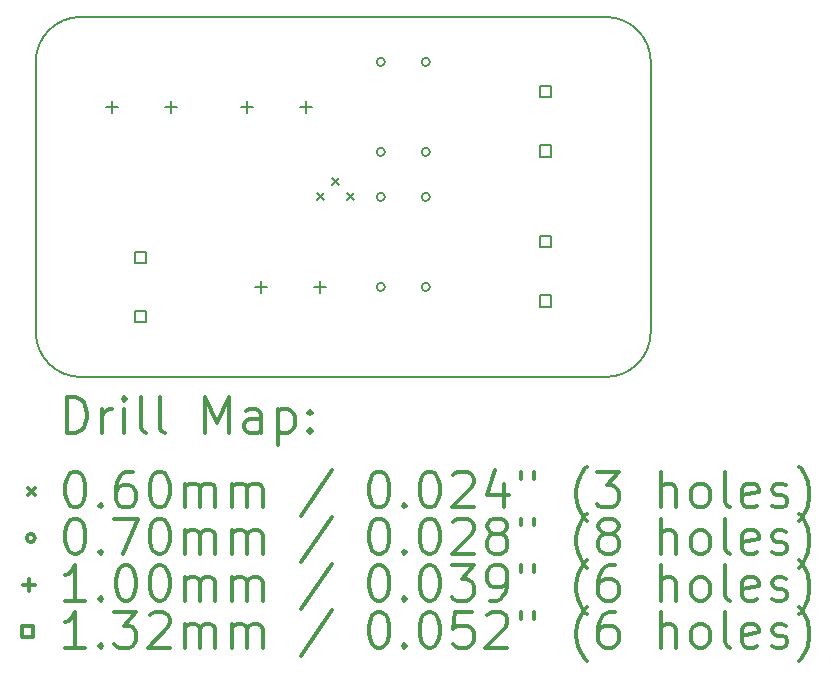
<source format=gbr>
%FSLAX45Y45*%
G04 Gerber Fmt 4.5, Leading zero omitted, Abs format (unit mm)*
G04 Created by KiCad (PCBNEW 4.0.7) date 05/06/18 08:42:47*
%MOMM*%
%LPD*%
G01*
G04 APERTURE LIST*
%ADD10C,0.127000*%
%ADD11C,0.150000*%
%ADD12C,0.200000*%
%ADD13C,0.300000*%
G04 APERTURE END LIST*
D10*
D11*
X11938000Y-11684000D02*
G75*
G03X12319000Y-12065000I381000J0D01*
G01*
X16764000Y-12065000D02*
G75*
G03X17145000Y-11684000I0J381000D01*
G01*
X17145000Y-9398000D02*
G75*
G03X16764000Y-9017000I-381000J0D01*
G01*
X12319000Y-9017000D02*
G75*
G03X11938000Y-9398000I0J-381000D01*
G01*
X11938000Y-11684000D02*
X11938000Y-9398000D01*
X16764000Y-12065000D02*
X12319000Y-12065000D01*
X17145000Y-9398000D02*
X17145000Y-11684000D01*
X12319000Y-9017000D02*
X16764000Y-9017000D01*
D12*
X14321000Y-10511000D02*
X14381000Y-10571000D01*
X14381000Y-10511000D02*
X14321000Y-10571000D01*
X14448000Y-10384000D02*
X14508000Y-10444000D01*
X14508000Y-10384000D02*
X14448000Y-10444000D01*
X14575000Y-10511000D02*
X14635000Y-10571000D01*
X14635000Y-10511000D02*
X14575000Y-10571000D01*
X14894000Y-9398000D02*
G75*
G03X14894000Y-9398000I-35000J0D01*
G01*
X14894000Y-10160000D02*
G75*
G03X14894000Y-10160000I-35000J0D01*
G01*
X14894000Y-10541000D02*
G75*
G03X14894000Y-10541000I-35000J0D01*
G01*
X14894000Y-11303000D02*
G75*
G03X14894000Y-11303000I-35000J0D01*
G01*
X15275000Y-9398000D02*
G75*
G03X15275000Y-9398000I-35000J0D01*
G01*
X15275000Y-10160000D02*
G75*
G03X15275000Y-10160000I-35000J0D01*
G01*
X15275000Y-10541000D02*
G75*
G03X15275000Y-10541000I-35000J0D01*
G01*
X15275000Y-11303000D02*
G75*
G03X15275000Y-11303000I-35000J0D01*
G01*
X12581000Y-9729000D02*
X12581000Y-9829000D01*
X12531000Y-9779000D02*
X12631000Y-9779000D01*
X13081000Y-9729000D02*
X13081000Y-9829000D01*
X13031000Y-9779000D02*
X13131000Y-9779000D01*
X13724000Y-9729000D02*
X13724000Y-9829000D01*
X13674000Y-9779000D02*
X13774000Y-9779000D01*
X13843000Y-11253000D02*
X13843000Y-11353000D01*
X13793000Y-11303000D02*
X13893000Y-11303000D01*
X14224000Y-9729000D02*
X14224000Y-9829000D01*
X14174000Y-9779000D02*
X14274000Y-9779000D01*
X14343000Y-11253000D02*
X14343000Y-11353000D01*
X14293000Y-11303000D02*
X14393000Y-11303000D01*
X12873669Y-11103670D02*
X12873669Y-11010331D01*
X12780330Y-11010331D01*
X12780330Y-11103670D01*
X12873669Y-11103670D01*
X12873669Y-11603669D02*
X12873669Y-11510330D01*
X12780330Y-11510330D01*
X12780330Y-11603669D01*
X12873669Y-11603669D01*
X16302669Y-9698670D02*
X16302669Y-9605331D01*
X16209330Y-9605331D01*
X16209330Y-9698670D01*
X16302669Y-9698670D01*
X16302669Y-10198670D02*
X16302669Y-10105331D01*
X16209330Y-10105331D01*
X16209330Y-10198670D01*
X16302669Y-10198670D01*
X16302669Y-10968670D02*
X16302669Y-10875331D01*
X16209330Y-10875331D01*
X16209330Y-10968670D01*
X16302669Y-10968670D01*
X16302669Y-11468669D02*
X16302669Y-11375330D01*
X16209330Y-11375330D01*
X16209330Y-11468669D01*
X16302669Y-11468669D01*
D13*
X12201928Y-12538214D02*
X12201928Y-12238214D01*
X12273357Y-12238214D01*
X12316214Y-12252500D01*
X12344786Y-12281071D01*
X12359071Y-12309643D01*
X12373357Y-12366786D01*
X12373357Y-12409643D01*
X12359071Y-12466786D01*
X12344786Y-12495357D01*
X12316214Y-12523929D01*
X12273357Y-12538214D01*
X12201928Y-12538214D01*
X12501928Y-12538214D02*
X12501928Y-12338214D01*
X12501928Y-12395357D02*
X12516214Y-12366786D01*
X12530500Y-12352500D01*
X12559071Y-12338214D01*
X12587643Y-12338214D01*
X12687643Y-12538214D02*
X12687643Y-12338214D01*
X12687643Y-12238214D02*
X12673357Y-12252500D01*
X12687643Y-12266786D01*
X12701928Y-12252500D01*
X12687643Y-12238214D01*
X12687643Y-12266786D01*
X12873357Y-12538214D02*
X12844786Y-12523929D01*
X12830500Y-12495357D01*
X12830500Y-12238214D01*
X13030500Y-12538214D02*
X13001928Y-12523929D01*
X12987643Y-12495357D01*
X12987643Y-12238214D01*
X13373357Y-12538214D02*
X13373357Y-12238214D01*
X13473357Y-12452500D01*
X13573357Y-12238214D01*
X13573357Y-12538214D01*
X13844786Y-12538214D02*
X13844786Y-12381071D01*
X13830500Y-12352500D01*
X13801928Y-12338214D01*
X13744786Y-12338214D01*
X13716214Y-12352500D01*
X13844786Y-12523929D02*
X13816214Y-12538214D01*
X13744786Y-12538214D01*
X13716214Y-12523929D01*
X13701928Y-12495357D01*
X13701928Y-12466786D01*
X13716214Y-12438214D01*
X13744786Y-12423929D01*
X13816214Y-12423929D01*
X13844786Y-12409643D01*
X13987643Y-12338214D02*
X13987643Y-12638214D01*
X13987643Y-12352500D02*
X14016214Y-12338214D01*
X14073357Y-12338214D01*
X14101928Y-12352500D01*
X14116214Y-12366786D01*
X14130500Y-12395357D01*
X14130500Y-12481071D01*
X14116214Y-12509643D01*
X14101928Y-12523929D01*
X14073357Y-12538214D01*
X14016214Y-12538214D01*
X13987643Y-12523929D01*
X14259071Y-12509643D02*
X14273357Y-12523929D01*
X14259071Y-12538214D01*
X14244786Y-12523929D01*
X14259071Y-12509643D01*
X14259071Y-12538214D01*
X14259071Y-12352500D02*
X14273357Y-12366786D01*
X14259071Y-12381071D01*
X14244786Y-12366786D01*
X14259071Y-12352500D01*
X14259071Y-12381071D01*
X11870500Y-13002500D02*
X11930500Y-13062500D01*
X11930500Y-13002500D02*
X11870500Y-13062500D01*
X12259071Y-12868214D02*
X12287643Y-12868214D01*
X12316214Y-12882500D01*
X12330500Y-12896786D01*
X12344786Y-12925357D01*
X12359071Y-12982500D01*
X12359071Y-13053929D01*
X12344786Y-13111071D01*
X12330500Y-13139643D01*
X12316214Y-13153929D01*
X12287643Y-13168214D01*
X12259071Y-13168214D01*
X12230500Y-13153929D01*
X12216214Y-13139643D01*
X12201928Y-13111071D01*
X12187643Y-13053929D01*
X12187643Y-12982500D01*
X12201928Y-12925357D01*
X12216214Y-12896786D01*
X12230500Y-12882500D01*
X12259071Y-12868214D01*
X12487643Y-13139643D02*
X12501928Y-13153929D01*
X12487643Y-13168214D01*
X12473357Y-13153929D01*
X12487643Y-13139643D01*
X12487643Y-13168214D01*
X12759071Y-12868214D02*
X12701928Y-12868214D01*
X12673357Y-12882500D01*
X12659071Y-12896786D01*
X12630500Y-12939643D01*
X12616214Y-12996786D01*
X12616214Y-13111071D01*
X12630500Y-13139643D01*
X12644786Y-13153929D01*
X12673357Y-13168214D01*
X12730500Y-13168214D01*
X12759071Y-13153929D01*
X12773357Y-13139643D01*
X12787643Y-13111071D01*
X12787643Y-13039643D01*
X12773357Y-13011071D01*
X12759071Y-12996786D01*
X12730500Y-12982500D01*
X12673357Y-12982500D01*
X12644786Y-12996786D01*
X12630500Y-13011071D01*
X12616214Y-13039643D01*
X12973357Y-12868214D02*
X13001928Y-12868214D01*
X13030500Y-12882500D01*
X13044786Y-12896786D01*
X13059071Y-12925357D01*
X13073357Y-12982500D01*
X13073357Y-13053929D01*
X13059071Y-13111071D01*
X13044786Y-13139643D01*
X13030500Y-13153929D01*
X13001928Y-13168214D01*
X12973357Y-13168214D01*
X12944786Y-13153929D01*
X12930500Y-13139643D01*
X12916214Y-13111071D01*
X12901928Y-13053929D01*
X12901928Y-12982500D01*
X12916214Y-12925357D01*
X12930500Y-12896786D01*
X12944786Y-12882500D01*
X12973357Y-12868214D01*
X13201928Y-13168214D02*
X13201928Y-12968214D01*
X13201928Y-12996786D02*
X13216214Y-12982500D01*
X13244786Y-12968214D01*
X13287643Y-12968214D01*
X13316214Y-12982500D01*
X13330500Y-13011071D01*
X13330500Y-13168214D01*
X13330500Y-13011071D02*
X13344786Y-12982500D01*
X13373357Y-12968214D01*
X13416214Y-12968214D01*
X13444786Y-12982500D01*
X13459071Y-13011071D01*
X13459071Y-13168214D01*
X13601928Y-13168214D02*
X13601928Y-12968214D01*
X13601928Y-12996786D02*
X13616214Y-12982500D01*
X13644786Y-12968214D01*
X13687643Y-12968214D01*
X13716214Y-12982500D01*
X13730500Y-13011071D01*
X13730500Y-13168214D01*
X13730500Y-13011071D02*
X13744786Y-12982500D01*
X13773357Y-12968214D01*
X13816214Y-12968214D01*
X13844786Y-12982500D01*
X13859071Y-13011071D01*
X13859071Y-13168214D01*
X14444786Y-12853929D02*
X14187643Y-13239643D01*
X14830500Y-12868214D02*
X14859071Y-12868214D01*
X14887643Y-12882500D01*
X14901928Y-12896786D01*
X14916214Y-12925357D01*
X14930500Y-12982500D01*
X14930500Y-13053929D01*
X14916214Y-13111071D01*
X14901928Y-13139643D01*
X14887643Y-13153929D01*
X14859071Y-13168214D01*
X14830500Y-13168214D01*
X14801928Y-13153929D01*
X14787643Y-13139643D01*
X14773357Y-13111071D01*
X14759071Y-13053929D01*
X14759071Y-12982500D01*
X14773357Y-12925357D01*
X14787643Y-12896786D01*
X14801928Y-12882500D01*
X14830500Y-12868214D01*
X15059071Y-13139643D02*
X15073357Y-13153929D01*
X15059071Y-13168214D01*
X15044786Y-13153929D01*
X15059071Y-13139643D01*
X15059071Y-13168214D01*
X15259071Y-12868214D02*
X15287643Y-12868214D01*
X15316214Y-12882500D01*
X15330500Y-12896786D01*
X15344785Y-12925357D01*
X15359071Y-12982500D01*
X15359071Y-13053929D01*
X15344785Y-13111071D01*
X15330500Y-13139643D01*
X15316214Y-13153929D01*
X15287643Y-13168214D01*
X15259071Y-13168214D01*
X15230500Y-13153929D01*
X15216214Y-13139643D01*
X15201928Y-13111071D01*
X15187643Y-13053929D01*
X15187643Y-12982500D01*
X15201928Y-12925357D01*
X15216214Y-12896786D01*
X15230500Y-12882500D01*
X15259071Y-12868214D01*
X15473357Y-12896786D02*
X15487643Y-12882500D01*
X15516214Y-12868214D01*
X15587643Y-12868214D01*
X15616214Y-12882500D01*
X15630500Y-12896786D01*
X15644785Y-12925357D01*
X15644785Y-12953929D01*
X15630500Y-12996786D01*
X15459071Y-13168214D01*
X15644785Y-13168214D01*
X15901928Y-12968214D02*
X15901928Y-13168214D01*
X15830500Y-12853929D02*
X15759071Y-13068214D01*
X15944785Y-13068214D01*
X16044786Y-12868214D02*
X16044786Y-12925357D01*
X16159071Y-12868214D02*
X16159071Y-12925357D01*
X16601928Y-13282500D02*
X16587643Y-13268214D01*
X16559071Y-13225357D01*
X16544785Y-13196786D01*
X16530500Y-13153929D01*
X16516214Y-13082500D01*
X16516214Y-13025357D01*
X16530500Y-12953929D01*
X16544785Y-12911071D01*
X16559071Y-12882500D01*
X16587643Y-12839643D01*
X16601928Y-12825357D01*
X16687643Y-12868214D02*
X16873357Y-12868214D01*
X16773357Y-12982500D01*
X16816214Y-12982500D01*
X16844786Y-12996786D01*
X16859071Y-13011071D01*
X16873357Y-13039643D01*
X16873357Y-13111071D01*
X16859071Y-13139643D01*
X16844786Y-13153929D01*
X16816214Y-13168214D01*
X16730500Y-13168214D01*
X16701928Y-13153929D01*
X16687643Y-13139643D01*
X17230500Y-13168214D02*
X17230500Y-12868214D01*
X17359071Y-13168214D02*
X17359071Y-13011071D01*
X17344786Y-12982500D01*
X17316214Y-12968214D01*
X17273357Y-12968214D01*
X17244786Y-12982500D01*
X17230500Y-12996786D01*
X17544786Y-13168214D02*
X17516214Y-13153929D01*
X17501928Y-13139643D01*
X17487643Y-13111071D01*
X17487643Y-13025357D01*
X17501928Y-12996786D01*
X17516214Y-12982500D01*
X17544786Y-12968214D01*
X17587643Y-12968214D01*
X17616214Y-12982500D01*
X17630500Y-12996786D01*
X17644786Y-13025357D01*
X17644786Y-13111071D01*
X17630500Y-13139643D01*
X17616214Y-13153929D01*
X17587643Y-13168214D01*
X17544786Y-13168214D01*
X17816214Y-13168214D02*
X17787643Y-13153929D01*
X17773357Y-13125357D01*
X17773357Y-12868214D01*
X18044786Y-13153929D02*
X18016214Y-13168214D01*
X17959071Y-13168214D01*
X17930500Y-13153929D01*
X17916214Y-13125357D01*
X17916214Y-13011071D01*
X17930500Y-12982500D01*
X17959071Y-12968214D01*
X18016214Y-12968214D01*
X18044786Y-12982500D01*
X18059071Y-13011071D01*
X18059071Y-13039643D01*
X17916214Y-13068214D01*
X18173357Y-13153929D02*
X18201929Y-13168214D01*
X18259071Y-13168214D01*
X18287643Y-13153929D01*
X18301929Y-13125357D01*
X18301929Y-13111071D01*
X18287643Y-13082500D01*
X18259071Y-13068214D01*
X18216214Y-13068214D01*
X18187643Y-13053929D01*
X18173357Y-13025357D01*
X18173357Y-13011071D01*
X18187643Y-12982500D01*
X18216214Y-12968214D01*
X18259071Y-12968214D01*
X18287643Y-12982500D01*
X18401928Y-13282500D02*
X18416214Y-13268214D01*
X18444786Y-13225357D01*
X18459071Y-13196786D01*
X18473357Y-13153929D01*
X18487643Y-13082500D01*
X18487643Y-13025357D01*
X18473357Y-12953929D01*
X18459071Y-12911071D01*
X18444786Y-12882500D01*
X18416214Y-12839643D01*
X18401928Y-12825357D01*
X11930500Y-13428500D02*
G75*
G03X11930500Y-13428500I-35000J0D01*
G01*
X12259071Y-13264214D02*
X12287643Y-13264214D01*
X12316214Y-13278500D01*
X12330500Y-13292786D01*
X12344786Y-13321357D01*
X12359071Y-13378500D01*
X12359071Y-13449929D01*
X12344786Y-13507071D01*
X12330500Y-13535643D01*
X12316214Y-13549929D01*
X12287643Y-13564214D01*
X12259071Y-13564214D01*
X12230500Y-13549929D01*
X12216214Y-13535643D01*
X12201928Y-13507071D01*
X12187643Y-13449929D01*
X12187643Y-13378500D01*
X12201928Y-13321357D01*
X12216214Y-13292786D01*
X12230500Y-13278500D01*
X12259071Y-13264214D01*
X12487643Y-13535643D02*
X12501928Y-13549929D01*
X12487643Y-13564214D01*
X12473357Y-13549929D01*
X12487643Y-13535643D01*
X12487643Y-13564214D01*
X12601928Y-13264214D02*
X12801928Y-13264214D01*
X12673357Y-13564214D01*
X12973357Y-13264214D02*
X13001928Y-13264214D01*
X13030500Y-13278500D01*
X13044786Y-13292786D01*
X13059071Y-13321357D01*
X13073357Y-13378500D01*
X13073357Y-13449929D01*
X13059071Y-13507071D01*
X13044786Y-13535643D01*
X13030500Y-13549929D01*
X13001928Y-13564214D01*
X12973357Y-13564214D01*
X12944786Y-13549929D01*
X12930500Y-13535643D01*
X12916214Y-13507071D01*
X12901928Y-13449929D01*
X12901928Y-13378500D01*
X12916214Y-13321357D01*
X12930500Y-13292786D01*
X12944786Y-13278500D01*
X12973357Y-13264214D01*
X13201928Y-13564214D02*
X13201928Y-13364214D01*
X13201928Y-13392786D02*
X13216214Y-13378500D01*
X13244786Y-13364214D01*
X13287643Y-13364214D01*
X13316214Y-13378500D01*
X13330500Y-13407071D01*
X13330500Y-13564214D01*
X13330500Y-13407071D02*
X13344786Y-13378500D01*
X13373357Y-13364214D01*
X13416214Y-13364214D01*
X13444786Y-13378500D01*
X13459071Y-13407071D01*
X13459071Y-13564214D01*
X13601928Y-13564214D02*
X13601928Y-13364214D01*
X13601928Y-13392786D02*
X13616214Y-13378500D01*
X13644786Y-13364214D01*
X13687643Y-13364214D01*
X13716214Y-13378500D01*
X13730500Y-13407071D01*
X13730500Y-13564214D01*
X13730500Y-13407071D02*
X13744786Y-13378500D01*
X13773357Y-13364214D01*
X13816214Y-13364214D01*
X13844786Y-13378500D01*
X13859071Y-13407071D01*
X13859071Y-13564214D01*
X14444786Y-13249929D02*
X14187643Y-13635643D01*
X14830500Y-13264214D02*
X14859071Y-13264214D01*
X14887643Y-13278500D01*
X14901928Y-13292786D01*
X14916214Y-13321357D01*
X14930500Y-13378500D01*
X14930500Y-13449929D01*
X14916214Y-13507071D01*
X14901928Y-13535643D01*
X14887643Y-13549929D01*
X14859071Y-13564214D01*
X14830500Y-13564214D01*
X14801928Y-13549929D01*
X14787643Y-13535643D01*
X14773357Y-13507071D01*
X14759071Y-13449929D01*
X14759071Y-13378500D01*
X14773357Y-13321357D01*
X14787643Y-13292786D01*
X14801928Y-13278500D01*
X14830500Y-13264214D01*
X15059071Y-13535643D02*
X15073357Y-13549929D01*
X15059071Y-13564214D01*
X15044786Y-13549929D01*
X15059071Y-13535643D01*
X15059071Y-13564214D01*
X15259071Y-13264214D02*
X15287643Y-13264214D01*
X15316214Y-13278500D01*
X15330500Y-13292786D01*
X15344785Y-13321357D01*
X15359071Y-13378500D01*
X15359071Y-13449929D01*
X15344785Y-13507071D01*
X15330500Y-13535643D01*
X15316214Y-13549929D01*
X15287643Y-13564214D01*
X15259071Y-13564214D01*
X15230500Y-13549929D01*
X15216214Y-13535643D01*
X15201928Y-13507071D01*
X15187643Y-13449929D01*
X15187643Y-13378500D01*
X15201928Y-13321357D01*
X15216214Y-13292786D01*
X15230500Y-13278500D01*
X15259071Y-13264214D01*
X15473357Y-13292786D02*
X15487643Y-13278500D01*
X15516214Y-13264214D01*
X15587643Y-13264214D01*
X15616214Y-13278500D01*
X15630500Y-13292786D01*
X15644785Y-13321357D01*
X15644785Y-13349929D01*
X15630500Y-13392786D01*
X15459071Y-13564214D01*
X15644785Y-13564214D01*
X15816214Y-13392786D02*
X15787643Y-13378500D01*
X15773357Y-13364214D01*
X15759071Y-13335643D01*
X15759071Y-13321357D01*
X15773357Y-13292786D01*
X15787643Y-13278500D01*
X15816214Y-13264214D01*
X15873357Y-13264214D01*
X15901928Y-13278500D01*
X15916214Y-13292786D01*
X15930500Y-13321357D01*
X15930500Y-13335643D01*
X15916214Y-13364214D01*
X15901928Y-13378500D01*
X15873357Y-13392786D01*
X15816214Y-13392786D01*
X15787643Y-13407071D01*
X15773357Y-13421357D01*
X15759071Y-13449929D01*
X15759071Y-13507071D01*
X15773357Y-13535643D01*
X15787643Y-13549929D01*
X15816214Y-13564214D01*
X15873357Y-13564214D01*
X15901928Y-13549929D01*
X15916214Y-13535643D01*
X15930500Y-13507071D01*
X15930500Y-13449929D01*
X15916214Y-13421357D01*
X15901928Y-13407071D01*
X15873357Y-13392786D01*
X16044786Y-13264214D02*
X16044786Y-13321357D01*
X16159071Y-13264214D02*
X16159071Y-13321357D01*
X16601928Y-13678500D02*
X16587643Y-13664214D01*
X16559071Y-13621357D01*
X16544785Y-13592786D01*
X16530500Y-13549929D01*
X16516214Y-13478500D01*
X16516214Y-13421357D01*
X16530500Y-13349929D01*
X16544785Y-13307071D01*
X16559071Y-13278500D01*
X16587643Y-13235643D01*
X16601928Y-13221357D01*
X16759071Y-13392786D02*
X16730500Y-13378500D01*
X16716214Y-13364214D01*
X16701928Y-13335643D01*
X16701928Y-13321357D01*
X16716214Y-13292786D01*
X16730500Y-13278500D01*
X16759071Y-13264214D01*
X16816214Y-13264214D01*
X16844786Y-13278500D01*
X16859071Y-13292786D01*
X16873357Y-13321357D01*
X16873357Y-13335643D01*
X16859071Y-13364214D01*
X16844786Y-13378500D01*
X16816214Y-13392786D01*
X16759071Y-13392786D01*
X16730500Y-13407071D01*
X16716214Y-13421357D01*
X16701928Y-13449929D01*
X16701928Y-13507071D01*
X16716214Y-13535643D01*
X16730500Y-13549929D01*
X16759071Y-13564214D01*
X16816214Y-13564214D01*
X16844786Y-13549929D01*
X16859071Y-13535643D01*
X16873357Y-13507071D01*
X16873357Y-13449929D01*
X16859071Y-13421357D01*
X16844786Y-13407071D01*
X16816214Y-13392786D01*
X17230500Y-13564214D02*
X17230500Y-13264214D01*
X17359071Y-13564214D02*
X17359071Y-13407071D01*
X17344786Y-13378500D01*
X17316214Y-13364214D01*
X17273357Y-13364214D01*
X17244786Y-13378500D01*
X17230500Y-13392786D01*
X17544786Y-13564214D02*
X17516214Y-13549929D01*
X17501928Y-13535643D01*
X17487643Y-13507071D01*
X17487643Y-13421357D01*
X17501928Y-13392786D01*
X17516214Y-13378500D01*
X17544786Y-13364214D01*
X17587643Y-13364214D01*
X17616214Y-13378500D01*
X17630500Y-13392786D01*
X17644786Y-13421357D01*
X17644786Y-13507071D01*
X17630500Y-13535643D01*
X17616214Y-13549929D01*
X17587643Y-13564214D01*
X17544786Y-13564214D01*
X17816214Y-13564214D02*
X17787643Y-13549929D01*
X17773357Y-13521357D01*
X17773357Y-13264214D01*
X18044786Y-13549929D02*
X18016214Y-13564214D01*
X17959071Y-13564214D01*
X17930500Y-13549929D01*
X17916214Y-13521357D01*
X17916214Y-13407071D01*
X17930500Y-13378500D01*
X17959071Y-13364214D01*
X18016214Y-13364214D01*
X18044786Y-13378500D01*
X18059071Y-13407071D01*
X18059071Y-13435643D01*
X17916214Y-13464214D01*
X18173357Y-13549929D02*
X18201929Y-13564214D01*
X18259071Y-13564214D01*
X18287643Y-13549929D01*
X18301929Y-13521357D01*
X18301929Y-13507071D01*
X18287643Y-13478500D01*
X18259071Y-13464214D01*
X18216214Y-13464214D01*
X18187643Y-13449929D01*
X18173357Y-13421357D01*
X18173357Y-13407071D01*
X18187643Y-13378500D01*
X18216214Y-13364214D01*
X18259071Y-13364214D01*
X18287643Y-13378500D01*
X18401928Y-13678500D02*
X18416214Y-13664214D01*
X18444786Y-13621357D01*
X18459071Y-13592786D01*
X18473357Y-13549929D01*
X18487643Y-13478500D01*
X18487643Y-13421357D01*
X18473357Y-13349929D01*
X18459071Y-13307071D01*
X18444786Y-13278500D01*
X18416214Y-13235643D01*
X18401928Y-13221357D01*
X11880500Y-13774500D02*
X11880500Y-13874500D01*
X11830500Y-13824500D02*
X11930500Y-13824500D01*
X12359071Y-13960214D02*
X12187643Y-13960214D01*
X12273357Y-13960214D02*
X12273357Y-13660214D01*
X12244786Y-13703071D01*
X12216214Y-13731643D01*
X12187643Y-13745929D01*
X12487643Y-13931643D02*
X12501928Y-13945929D01*
X12487643Y-13960214D01*
X12473357Y-13945929D01*
X12487643Y-13931643D01*
X12487643Y-13960214D01*
X12687643Y-13660214D02*
X12716214Y-13660214D01*
X12744786Y-13674500D01*
X12759071Y-13688786D01*
X12773357Y-13717357D01*
X12787643Y-13774500D01*
X12787643Y-13845929D01*
X12773357Y-13903071D01*
X12759071Y-13931643D01*
X12744786Y-13945929D01*
X12716214Y-13960214D01*
X12687643Y-13960214D01*
X12659071Y-13945929D01*
X12644786Y-13931643D01*
X12630500Y-13903071D01*
X12616214Y-13845929D01*
X12616214Y-13774500D01*
X12630500Y-13717357D01*
X12644786Y-13688786D01*
X12659071Y-13674500D01*
X12687643Y-13660214D01*
X12973357Y-13660214D02*
X13001928Y-13660214D01*
X13030500Y-13674500D01*
X13044786Y-13688786D01*
X13059071Y-13717357D01*
X13073357Y-13774500D01*
X13073357Y-13845929D01*
X13059071Y-13903071D01*
X13044786Y-13931643D01*
X13030500Y-13945929D01*
X13001928Y-13960214D01*
X12973357Y-13960214D01*
X12944786Y-13945929D01*
X12930500Y-13931643D01*
X12916214Y-13903071D01*
X12901928Y-13845929D01*
X12901928Y-13774500D01*
X12916214Y-13717357D01*
X12930500Y-13688786D01*
X12944786Y-13674500D01*
X12973357Y-13660214D01*
X13201928Y-13960214D02*
X13201928Y-13760214D01*
X13201928Y-13788786D02*
X13216214Y-13774500D01*
X13244786Y-13760214D01*
X13287643Y-13760214D01*
X13316214Y-13774500D01*
X13330500Y-13803071D01*
X13330500Y-13960214D01*
X13330500Y-13803071D02*
X13344786Y-13774500D01*
X13373357Y-13760214D01*
X13416214Y-13760214D01*
X13444786Y-13774500D01*
X13459071Y-13803071D01*
X13459071Y-13960214D01*
X13601928Y-13960214D02*
X13601928Y-13760214D01*
X13601928Y-13788786D02*
X13616214Y-13774500D01*
X13644786Y-13760214D01*
X13687643Y-13760214D01*
X13716214Y-13774500D01*
X13730500Y-13803071D01*
X13730500Y-13960214D01*
X13730500Y-13803071D02*
X13744786Y-13774500D01*
X13773357Y-13760214D01*
X13816214Y-13760214D01*
X13844786Y-13774500D01*
X13859071Y-13803071D01*
X13859071Y-13960214D01*
X14444786Y-13645929D02*
X14187643Y-14031643D01*
X14830500Y-13660214D02*
X14859071Y-13660214D01*
X14887643Y-13674500D01*
X14901928Y-13688786D01*
X14916214Y-13717357D01*
X14930500Y-13774500D01*
X14930500Y-13845929D01*
X14916214Y-13903071D01*
X14901928Y-13931643D01*
X14887643Y-13945929D01*
X14859071Y-13960214D01*
X14830500Y-13960214D01*
X14801928Y-13945929D01*
X14787643Y-13931643D01*
X14773357Y-13903071D01*
X14759071Y-13845929D01*
X14759071Y-13774500D01*
X14773357Y-13717357D01*
X14787643Y-13688786D01*
X14801928Y-13674500D01*
X14830500Y-13660214D01*
X15059071Y-13931643D02*
X15073357Y-13945929D01*
X15059071Y-13960214D01*
X15044786Y-13945929D01*
X15059071Y-13931643D01*
X15059071Y-13960214D01*
X15259071Y-13660214D02*
X15287643Y-13660214D01*
X15316214Y-13674500D01*
X15330500Y-13688786D01*
X15344785Y-13717357D01*
X15359071Y-13774500D01*
X15359071Y-13845929D01*
X15344785Y-13903071D01*
X15330500Y-13931643D01*
X15316214Y-13945929D01*
X15287643Y-13960214D01*
X15259071Y-13960214D01*
X15230500Y-13945929D01*
X15216214Y-13931643D01*
X15201928Y-13903071D01*
X15187643Y-13845929D01*
X15187643Y-13774500D01*
X15201928Y-13717357D01*
X15216214Y-13688786D01*
X15230500Y-13674500D01*
X15259071Y-13660214D01*
X15459071Y-13660214D02*
X15644785Y-13660214D01*
X15544785Y-13774500D01*
X15587643Y-13774500D01*
X15616214Y-13788786D01*
X15630500Y-13803071D01*
X15644785Y-13831643D01*
X15644785Y-13903071D01*
X15630500Y-13931643D01*
X15616214Y-13945929D01*
X15587643Y-13960214D01*
X15501928Y-13960214D01*
X15473357Y-13945929D01*
X15459071Y-13931643D01*
X15787643Y-13960214D02*
X15844785Y-13960214D01*
X15873357Y-13945929D01*
X15887643Y-13931643D01*
X15916214Y-13888786D01*
X15930500Y-13831643D01*
X15930500Y-13717357D01*
X15916214Y-13688786D01*
X15901928Y-13674500D01*
X15873357Y-13660214D01*
X15816214Y-13660214D01*
X15787643Y-13674500D01*
X15773357Y-13688786D01*
X15759071Y-13717357D01*
X15759071Y-13788786D01*
X15773357Y-13817357D01*
X15787643Y-13831643D01*
X15816214Y-13845929D01*
X15873357Y-13845929D01*
X15901928Y-13831643D01*
X15916214Y-13817357D01*
X15930500Y-13788786D01*
X16044786Y-13660214D02*
X16044786Y-13717357D01*
X16159071Y-13660214D02*
X16159071Y-13717357D01*
X16601928Y-14074500D02*
X16587643Y-14060214D01*
X16559071Y-14017357D01*
X16544785Y-13988786D01*
X16530500Y-13945929D01*
X16516214Y-13874500D01*
X16516214Y-13817357D01*
X16530500Y-13745929D01*
X16544785Y-13703071D01*
X16559071Y-13674500D01*
X16587643Y-13631643D01*
X16601928Y-13617357D01*
X16844786Y-13660214D02*
X16787643Y-13660214D01*
X16759071Y-13674500D01*
X16744785Y-13688786D01*
X16716214Y-13731643D01*
X16701928Y-13788786D01*
X16701928Y-13903071D01*
X16716214Y-13931643D01*
X16730500Y-13945929D01*
X16759071Y-13960214D01*
X16816214Y-13960214D01*
X16844786Y-13945929D01*
X16859071Y-13931643D01*
X16873357Y-13903071D01*
X16873357Y-13831643D01*
X16859071Y-13803071D01*
X16844786Y-13788786D01*
X16816214Y-13774500D01*
X16759071Y-13774500D01*
X16730500Y-13788786D01*
X16716214Y-13803071D01*
X16701928Y-13831643D01*
X17230500Y-13960214D02*
X17230500Y-13660214D01*
X17359071Y-13960214D02*
X17359071Y-13803071D01*
X17344786Y-13774500D01*
X17316214Y-13760214D01*
X17273357Y-13760214D01*
X17244786Y-13774500D01*
X17230500Y-13788786D01*
X17544786Y-13960214D02*
X17516214Y-13945929D01*
X17501928Y-13931643D01*
X17487643Y-13903071D01*
X17487643Y-13817357D01*
X17501928Y-13788786D01*
X17516214Y-13774500D01*
X17544786Y-13760214D01*
X17587643Y-13760214D01*
X17616214Y-13774500D01*
X17630500Y-13788786D01*
X17644786Y-13817357D01*
X17644786Y-13903071D01*
X17630500Y-13931643D01*
X17616214Y-13945929D01*
X17587643Y-13960214D01*
X17544786Y-13960214D01*
X17816214Y-13960214D02*
X17787643Y-13945929D01*
X17773357Y-13917357D01*
X17773357Y-13660214D01*
X18044786Y-13945929D02*
X18016214Y-13960214D01*
X17959071Y-13960214D01*
X17930500Y-13945929D01*
X17916214Y-13917357D01*
X17916214Y-13803071D01*
X17930500Y-13774500D01*
X17959071Y-13760214D01*
X18016214Y-13760214D01*
X18044786Y-13774500D01*
X18059071Y-13803071D01*
X18059071Y-13831643D01*
X17916214Y-13860214D01*
X18173357Y-13945929D02*
X18201929Y-13960214D01*
X18259071Y-13960214D01*
X18287643Y-13945929D01*
X18301929Y-13917357D01*
X18301929Y-13903071D01*
X18287643Y-13874500D01*
X18259071Y-13860214D01*
X18216214Y-13860214D01*
X18187643Y-13845929D01*
X18173357Y-13817357D01*
X18173357Y-13803071D01*
X18187643Y-13774500D01*
X18216214Y-13760214D01*
X18259071Y-13760214D01*
X18287643Y-13774500D01*
X18401928Y-14074500D02*
X18416214Y-14060214D01*
X18444786Y-14017357D01*
X18459071Y-13988786D01*
X18473357Y-13945929D01*
X18487643Y-13874500D01*
X18487643Y-13817357D01*
X18473357Y-13745929D01*
X18459071Y-13703071D01*
X18444786Y-13674500D01*
X18416214Y-13631643D01*
X18401928Y-13617357D01*
X11911169Y-14267170D02*
X11911169Y-14173831D01*
X11817830Y-14173831D01*
X11817830Y-14267170D01*
X11911169Y-14267170D01*
X12359071Y-14356214D02*
X12187643Y-14356214D01*
X12273357Y-14356214D02*
X12273357Y-14056214D01*
X12244786Y-14099071D01*
X12216214Y-14127643D01*
X12187643Y-14141929D01*
X12487643Y-14327643D02*
X12501928Y-14341929D01*
X12487643Y-14356214D01*
X12473357Y-14341929D01*
X12487643Y-14327643D01*
X12487643Y-14356214D01*
X12601928Y-14056214D02*
X12787643Y-14056214D01*
X12687643Y-14170500D01*
X12730500Y-14170500D01*
X12759071Y-14184786D01*
X12773357Y-14199071D01*
X12787643Y-14227643D01*
X12787643Y-14299071D01*
X12773357Y-14327643D01*
X12759071Y-14341929D01*
X12730500Y-14356214D01*
X12644786Y-14356214D01*
X12616214Y-14341929D01*
X12601928Y-14327643D01*
X12901928Y-14084786D02*
X12916214Y-14070500D01*
X12944786Y-14056214D01*
X13016214Y-14056214D01*
X13044786Y-14070500D01*
X13059071Y-14084786D01*
X13073357Y-14113357D01*
X13073357Y-14141929D01*
X13059071Y-14184786D01*
X12887643Y-14356214D01*
X13073357Y-14356214D01*
X13201928Y-14356214D02*
X13201928Y-14156214D01*
X13201928Y-14184786D02*
X13216214Y-14170500D01*
X13244786Y-14156214D01*
X13287643Y-14156214D01*
X13316214Y-14170500D01*
X13330500Y-14199071D01*
X13330500Y-14356214D01*
X13330500Y-14199071D02*
X13344786Y-14170500D01*
X13373357Y-14156214D01*
X13416214Y-14156214D01*
X13444786Y-14170500D01*
X13459071Y-14199071D01*
X13459071Y-14356214D01*
X13601928Y-14356214D02*
X13601928Y-14156214D01*
X13601928Y-14184786D02*
X13616214Y-14170500D01*
X13644786Y-14156214D01*
X13687643Y-14156214D01*
X13716214Y-14170500D01*
X13730500Y-14199071D01*
X13730500Y-14356214D01*
X13730500Y-14199071D02*
X13744786Y-14170500D01*
X13773357Y-14156214D01*
X13816214Y-14156214D01*
X13844786Y-14170500D01*
X13859071Y-14199071D01*
X13859071Y-14356214D01*
X14444786Y-14041929D02*
X14187643Y-14427643D01*
X14830500Y-14056214D02*
X14859071Y-14056214D01*
X14887643Y-14070500D01*
X14901928Y-14084786D01*
X14916214Y-14113357D01*
X14930500Y-14170500D01*
X14930500Y-14241929D01*
X14916214Y-14299071D01*
X14901928Y-14327643D01*
X14887643Y-14341929D01*
X14859071Y-14356214D01*
X14830500Y-14356214D01*
X14801928Y-14341929D01*
X14787643Y-14327643D01*
X14773357Y-14299071D01*
X14759071Y-14241929D01*
X14759071Y-14170500D01*
X14773357Y-14113357D01*
X14787643Y-14084786D01*
X14801928Y-14070500D01*
X14830500Y-14056214D01*
X15059071Y-14327643D02*
X15073357Y-14341929D01*
X15059071Y-14356214D01*
X15044786Y-14341929D01*
X15059071Y-14327643D01*
X15059071Y-14356214D01*
X15259071Y-14056214D02*
X15287643Y-14056214D01*
X15316214Y-14070500D01*
X15330500Y-14084786D01*
X15344785Y-14113357D01*
X15359071Y-14170500D01*
X15359071Y-14241929D01*
X15344785Y-14299071D01*
X15330500Y-14327643D01*
X15316214Y-14341929D01*
X15287643Y-14356214D01*
X15259071Y-14356214D01*
X15230500Y-14341929D01*
X15216214Y-14327643D01*
X15201928Y-14299071D01*
X15187643Y-14241929D01*
X15187643Y-14170500D01*
X15201928Y-14113357D01*
X15216214Y-14084786D01*
X15230500Y-14070500D01*
X15259071Y-14056214D01*
X15630500Y-14056214D02*
X15487643Y-14056214D01*
X15473357Y-14199071D01*
X15487643Y-14184786D01*
X15516214Y-14170500D01*
X15587643Y-14170500D01*
X15616214Y-14184786D01*
X15630500Y-14199071D01*
X15644785Y-14227643D01*
X15644785Y-14299071D01*
X15630500Y-14327643D01*
X15616214Y-14341929D01*
X15587643Y-14356214D01*
X15516214Y-14356214D01*
X15487643Y-14341929D01*
X15473357Y-14327643D01*
X15759071Y-14084786D02*
X15773357Y-14070500D01*
X15801928Y-14056214D01*
X15873357Y-14056214D01*
X15901928Y-14070500D01*
X15916214Y-14084786D01*
X15930500Y-14113357D01*
X15930500Y-14141929D01*
X15916214Y-14184786D01*
X15744785Y-14356214D01*
X15930500Y-14356214D01*
X16044786Y-14056214D02*
X16044786Y-14113357D01*
X16159071Y-14056214D02*
X16159071Y-14113357D01*
X16601928Y-14470500D02*
X16587643Y-14456214D01*
X16559071Y-14413357D01*
X16544785Y-14384786D01*
X16530500Y-14341929D01*
X16516214Y-14270500D01*
X16516214Y-14213357D01*
X16530500Y-14141929D01*
X16544785Y-14099071D01*
X16559071Y-14070500D01*
X16587643Y-14027643D01*
X16601928Y-14013357D01*
X16844786Y-14056214D02*
X16787643Y-14056214D01*
X16759071Y-14070500D01*
X16744785Y-14084786D01*
X16716214Y-14127643D01*
X16701928Y-14184786D01*
X16701928Y-14299071D01*
X16716214Y-14327643D01*
X16730500Y-14341929D01*
X16759071Y-14356214D01*
X16816214Y-14356214D01*
X16844786Y-14341929D01*
X16859071Y-14327643D01*
X16873357Y-14299071D01*
X16873357Y-14227643D01*
X16859071Y-14199071D01*
X16844786Y-14184786D01*
X16816214Y-14170500D01*
X16759071Y-14170500D01*
X16730500Y-14184786D01*
X16716214Y-14199071D01*
X16701928Y-14227643D01*
X17230500Y-14356214D02*
X17230500Y-14056214D01*
X17359071Y-14356214D02*
X17359071Y-14199071D01*
X17344786Y-14170500D01*
X17316214Y-14156214D01*
X17273357Y-14156214D01*
X17244786Y-14170500D01*
X17230500Y-14184786D01*
X17544786Y-14356214D02*
X17516214Y-14341929D01*
X17501928Y-14327643D01*
X17487643Y-14299071D01*
X17487643Y-14213357D01*
X17501928Y-14184786D01*
X17516214Y-14170500D01*
X17544786Y-14156214D01*
X17587643Y-14156214D01*
X17616214Y-14170500D01*
X17630500Y-14184786D01*
X17644786Y-14213357D01*
X17644786Y-14299071D01*
X17630500Y-14327643D01*
X17616214Y-14341929D01*
X17587643Y-14356214D01*
X17544786Y-14356214D01*
X17816214Y-14356214D02*
X17787643Y-14341929D01*
X17773357Y-14313357D01*
X17773357Y-14056214D01*
X18044786Y-14341929D02*
X18016214Y-14356214D01*
X17959071Y-14356214D01*
X17930500Y-14341929D01*
X17916214Y-14313357D01*
X17916214Y-14199071D01*
X17930500Y-14170500D01*
X17959071Y-14156214D01*
X18016214Y-14156214D01*
X18044786Y-14170500D01*
X18059071Y-14199071D01*
X18059071Y-14227643D01*
X17916214Y-14256214D01*
X18173357Y-14341929D02*
X18201929Y-14356214D01*
X18259071Y-14356214D01*
X18287643Y-14341929D01*
X18301929Y-14313357D01*
X18301929Y-14299071D01*
X18287643Y-14270500D01*
X18259071Y-14256214D01*
X18216214Y-14256214D01*
X18187643Y-14241929D01*
X18173357Y-14213357D01*
X18173357Y-14199071D01*
X18187643Y-14170500D01*
X18216214Y-14156214D01*
X18259071Y-14156214D01*
X18287643Y-14170500D01*
X18401928Y-14470500D02*
X18416214Y-14456214D01*
X18444786Y-14413357D01*
X18459071Y-14384786D01*
X18473357Y-14341929D01*
X18487643Y-14270500D01*
X18487643Y-14213357D01*
X18473357Y-14141929D01*
X18459071Y-14099071D01*
X18444786Y-14070500D01*
X18416214Y-14027643D01*
X18401928Y-14013357D01*
M02*

</source>
